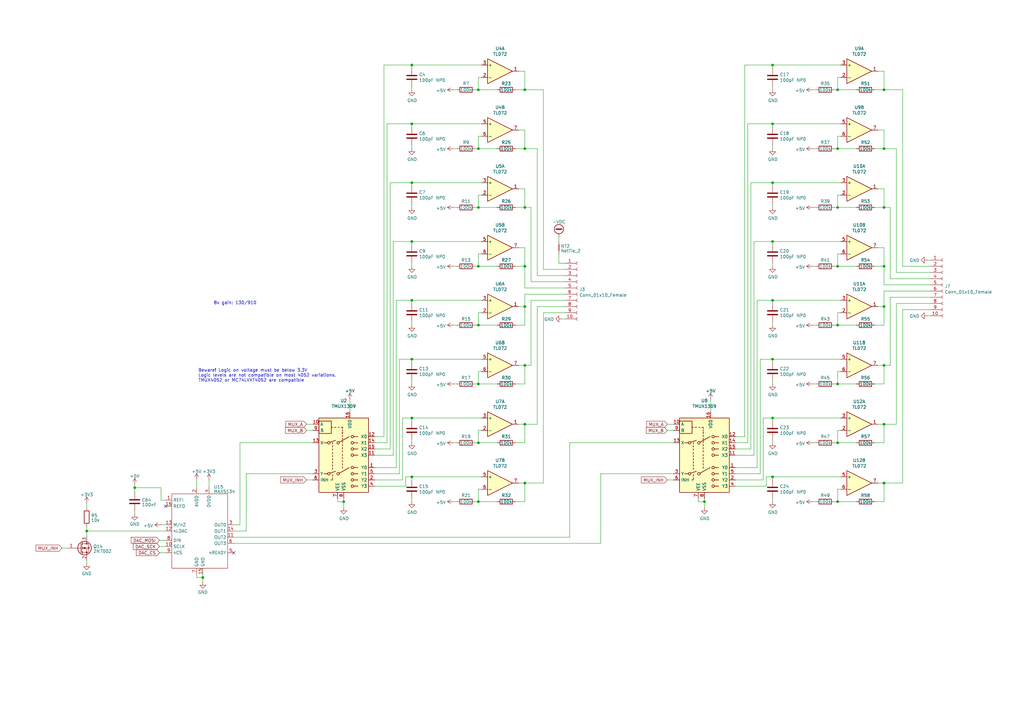
<source format=kicad_sch>
(kicad_sch (version 20230121) (generator eeschema)
  (paper "A3")
  (title_block (title "M2IDI - CV16 CORE") (date "2023-05-10") (rev "3.0") (company "GuavTek"))
  (junction (at 35.56 217.805))
  (junction (at 215.265 198.12))
  (junction (at 316.865 195.58))
  (junction (at 215.265 149.86))
  (junction (at 215.265 36.83))
  (junction (at 55.245 200.025))
  (junction (at 362.585 125.73))
  (junction (at 83.185 236.855))
  (junction (at 362.585 60.96))
  (junction (at 196.215 60.96))
  (junction (at 362.585 36.83))
  (junction (at 215.265 60.96))
  (junction (at 362.585 173.99))
  (junction (at 196.215 157.48))
  (junction (at 316.865 123.19))
  (junction (at 362.585 198.12))
  (junction (at 140.97 205.74))
  (junction (at 215.265 125.73))
  (junction (at 196.215 133.35))
  (junction (at 343.535 36.83))
  (junction (at 343.535 205.74))
  (junction (at 168.91 99.06))
  (junction (at 343.535 109.22))
  (junction (at 288.925 205.74))
  (junction (at 362.585 85.09))
  (junction (at 316.865 171.45))
  (junction (at 343.535 133.35))
  (junction (at 215.265 173.99))
  (junction (at 343.535 157.48))
  (junction (at 168.91 26.67))
  (junction (at 196.215 109.22))
  (junction (at 168.91 171.45))
  (junction (at 316.865 26.67))
  (junction (at 362.585 109.22))
  (junction (at 362.585 149.86))
  (junction (at 316.865 74.93))
  (junction (at 168.91 74.93))
  (junction (at 316.865 50.8))
  (junction (at 316.865 147.32))
  (junction (at 215.265 109.22))
  (junction (at 196.215 36.83))
  (junction (at 196.215 85.09))
  (junction (at 196.215 205.74))
  (junction (at 343.535 60.96))
  (junction (at 343.535 181.61))
  (junction (at 316.865 99.06))
  (junction (at 168.91 50.8))
  (junction (at 168.91 195.58))
  (junction (at 168.91 147.32))
  (junction (at 343.535 85.09))
  (junction (at 168.91 123.19))
  (junction (at 196.215 181.61))
  (junction (at 215.265 85.09))
  (no_connect (at 67.945 207.645))
  (no_connect (at 95.885 226.695))
  (wire (pts (xy 381.635 114.3) (xy 365.125 114.3)))
  (wire (pts (xy 344.805 128.27) (xy 343.535 128.27)))
  (wire (pts (xy 212.725 125.73) (xy 215.265 125.73)))
  (wire (pts (xy 314.325 195.58) (xy 316.865 195.58)))
  (wire (pts (xy 220.345 113.03) (xy 231.775 113.03)))
  (wire (pts (xy 360.045 53.34) (xy 362.585 53.34)))
  (wire (pts (xy 301.625 186.69) (xy 309.245 186.69)))
  (wire (pts (xy 194.945 133.35) (xy 196.215 133.35)))
  (wire (pts (xy 343.535 181.61) (xy 343.535 176.53)))
  (wire (pts (xy 80.645 196.85) (xy 80.645 200.025)))
  (wire (pts (xy 215.265 85.09) (xy 211.455 85.09)))
  (wire (pts (xy 333.375 205.74) (xy 334.645 205.74)))
  (wire (pts (xy 215.265 157.48) (xy 215.265 149.86)))
  (wire (pts (xy 344.805 55.88) (xy 343.535 55.88)))
  (wire (pts (xy 362.585 36.83) (xy 362.585 29.21)))
  (wire (pts (xy 381.635 121.92) (xy 365.125 121.92)))
  (wire (pts (xy 163.83 147.32) (xy 168.91 147.32)))
  (wire (pts (xy 197.485 152.4) (xy 196.215 152.4)))
  (wire (pts (xy 215.265 109.22) (xy 215.265 118.11)))
  (wire (pts (xy 380.365 129.54) (xy 381.635 129.54)))
  (wire (pts (xy 309.245 99.06) (xy 309.245 186.69)))
  (wire (pts (xy 367.665 111.76) (xy 381.635 111.76)))
  (wire (pts (xy 301.625 184.15) (xy 307.975 184.15)))
  (wire (pts (xy 186.055 85.09) (xy 187.325 85.09)))
  (wire (pts (xy 222.885 36.83) (xy 215.265 36.83)))
  (wire (pts (xy 217.805 85.09) (xy 215.265 85.09)))
  (wire (pts (xy 229.235 104.14) (xy 229.235 107.95)))
  (wire (pts (xy 215.265 36.83) (xy 211.455 36.83)))
  (wire (pts (xy 333.375 181.61) (xy 334.645 181.61)))
  (wire (pts (xy 98.425 181.61) (xy 128.27 181.61)))
  (wire (pts (xy 168.91 196.85) (xy 168.91 195.58)))
  (wire (pts (xy 153.67 184.15) (xy 160.02 184.15)))
  (wire (pts (xy 215.265 118.11) (xy 231.775 118.11)))
  (wire (pts (xy 343.535 205.74) (xy 343.535 200.66)))
  (wire (pts (xy 305.435 26.67) (xy 316.865 26.67)))
  (wire (pts (xy 196.215 133.35) (xy 196.215 128.27)))
  (wire (pts (xy 362.585 198.12) (xy 370.205 198.12)))
  (wire (pts (xy 196.215 181.61) (xy 203.835 181.61)))
  (wire (pts (xy 194.945 109.22) (xy 196.215 109.22)))
  (wire (pts (xy 138.43 205.74) (xy 140.97 205.74)))
  (wire (pts (xy 197.485 104.14) (xy 196.215 104.14)))
  (wire (pts (xy 246.38 194.31) (xy 246.38 222.885)))
  (wire (pts (xy 307.975 74.93) (xy 307.975 184.15)))
  (wire (pts (xy 343.535 205.74) (xy 351.155 205.74)))
  (wire (pts (xy 333.375 109.22) (xy 334.645 109.22)))
  (wire (pts (xy 215.265 149.86) (xy 217.805 149.86)))
  (wire (pts (xy 125.73 173.99) (xy 128.27 173.99)))
  (wire (pts (xy 344.805 104.14) (xy 343.535 104.14)))
  (wire (pts (xy 360.045 101.6) (xy 362.585 101.6)))
  (wire (pts (xy 309.245 99.06) (xy 316.865 99.06)))
  (wire (pts (xy 306.705 50.8) (xy 316.865 50.8)))
  (wire (pts (xy 231.775 128.27) (xy 222.885 128.27)))
  (wire (pts (xy 186.055 36.83) (xy 187.325 36.83)))
  (wire (pts (xy 153.67 191.77) (xy 162.56 191.77)))
  (wire (pts (xy 362.585 119.38) (xy 381.635 119.38)))
  (wire (pts (xy 343.535 36.83) (xy 343.535 31.75)))
  (wire (pts (xy 333.375 85.09) (xy 334.645 85.09)))
  (wire (pts (xy 229.235 107.95) (xy 231.775 107.95)))
  (wire (pts (xy 153.67 194.31) (xy 163.83 194.31)))
  (wire (pts (xy 215.265 60.96) (xy 211.455 60.96)))
  (wire (pts (xy 217.805 123.19) (xy 217.805 149.86)))
  (wire (pts (xy 196.215 36.83) (xy 203.835 36.83)))
  (wire (pts (xy 140.97 205.74) (xy 140.97 208.28)))
  (wire (pts (xy 212.725 53.34) (xy 215.265 53.34)))
  (wire (pts (xy 362.585 109.22) (xy 362.585 116.84)))
  (wire (pts (xy 160.02 74.93) (xy 168.91 74.93)))
  (wire (pts (xy 215.265 133.35) (xy 211.455 133.35)))
  (wire (pts (xy 342.265 109.22) (xy 343.535 109.22)))
  (wire (pts (xy 215.265 120.65) (xy 215.265 125.73)))
  (wire (pts (xy 310.515 123.19) (xy 310.515 191.77)))
  (wire (pts (xy 186.055 181.61) (xy 187.325 181.61)))
  (wire (pts (xy 233.68 220.345) (xy 233.68 181.61)))
  (wire (pts (xy 197.485 128.27) (xy 196.215 128.27)))
  (wire (pts (xy 310.515 123.19) (xy 316.865 123.19)))
  (wire (pts (xy 66.04 205.105) (xy 67.945 205.105)))
  (wire (pts (xy 316.865 76.2) (xy 316.865 74.93)))
  (wire (pts (xy 66.04 215.265) (xy 67.945 215.265)))
  (wire (pts (xy 212.725 77.47) (xy 215.265 77.47)))
  (wire (pts (xy 55.245 209.55) (xy 55.245 210.82)))
  (wire (pts (xy 196.215 205.74) (xy 196.215 200.66)))
  (wire (pts (xy 316.865 85.09) (xy 316.865 83.82)))
  (wire (pts (xy 343.535 157.48) (xy 343.535 152.4)))
  (wire (pts (xy 196.215 36.83) (xy 196.215 31.75)))
  (wire (pts (xy 370.205 109.22) (xy 381.635 109.22)))
  (wire (pts (xy 362.585 149.86) (xy 365.125 149.86)))
  (wire (pts (xy 215.265 181.61) (xy 211.455 181.61)))
  (wire (pts (xy 212.725 149.86) (xy 215.265 149.86)))
  (wire (pts (xy 138.43 204.47) (xy 138.43 205.74)))
  (wire (pts (xy 194.945 181.61) (xy 196.215 181.61)))
  (wire (pts (xy 286.385 205.74) (xy 288.925 205.74)))
  (wire (pts (xy 362.585 60.96) (xy 362.585 53.34)))
  (wire (pts (xy 55.245 200.025) (xy 66.04 200.025)))
  (wire (pts (xy 215.265 181.61) (xy 215.265 173.99)))
  (wire (pts (xy 212.725 101.6) (xy 215.265 101.6)))
  (wire (pts (xy 222.885 128.27) (xy 222.885 198.12)))
  (wire (pts (xy 55.245 198.755) (xy 55.245 200.025)))
  (wire (pts (xy 222.885 36.83) (xy 222.885 110.49)))
  (wire (pts (xy 196.215 157.48) (xy 196.215 152.4)))
  (wire (pts (xy 166.37 199.39) (xy 166.37 195.58)))
  (wire (pts (xy 215.265 205.74) (xy 211.455 205.74)))
  (wire (pts (xy 360.045 198.12) (xy 362.585 198.12)))
  (wire (pts (xy 165.1 171.45) (xy 168.91 171.45)))
  (wire (pts (xy 316.865 26.67) (xy 344.805 26.67)))
  (wire (pts (xy 333.375 60.96) (xy 334.645 60.96)))
  (wire (pts (xy 83.185 236.855) (xy 83.185 238.76)))
  (wire (pts (xy 343.535 133.35) (xy 343.535 128.27)))
  (wire (pts (xy 215.265 36.83) (xy 215.265 29.21)))
  (wire (pts (xy 168.91 85.09) (xy 168.91 83.82)))
  (wire (pts (xy 362.585 116.84) (xy 381.635 116.84)))
  (wire (pts (xy 168.91 76.2) (xy 168.91 74.93)))
  (wire (pts (xy 35.56 215.9) (xy 35.56 217.805)))
  (wire (pts (xy 215.265 101.6) (xy 215.265 109.22)))
  (wire (pts (xy 194.945 205.74) (xy 196.215 205.74)))
  (wire (pts (xy 316.865 123.19) (xy 344.805 123.19)))
  (wire (pts (xy 168.91 148.59) (xy 168.91 147.32)))
  (wire (pts (xy 65.405 221.615) (xy 67.945 221.615)))
  (wire (pts (xy 360.045 173.99) (xy 362.585 173.99)))
  (wire (pts (xy 316.865 196.85) (xy 316.865 195.58)))
  (wire (pts (xy 197.485 80.01) (xy 196.215 80.01)))
  (wire (pts (xy 162.56 191.77) (xy 162.56 123.19)))
  (wire (pts (xy 362.585 181.61) (xy 362.585 173.99)))
  (wire (pts (xy 125.73 176.53) (xy 128.27 176.53)))
  (wire (pts (xy 301.625 181.61) (xy 306.705 181.61)))
  (wire (pts (xy 162.56 123.19) (xy 168.91 123.19)))
  (wire (pts (xy 186.055 109.22) (xy 187.325 109.22)))
  (wire (pts (xy 168.91 205.74) (xy 168.91 204.47)))
  (wire (pts (xy 343.535 200.66) (xy 344.805 200.66)))
  (wire (pts (xy 367.665 60.96) (xy 367.665 111.76)))
  (wire (pts (xy 215.265 198.12) (xy 222.885 198.12)))
  (wire (pts (xy 65.405 224.155) (xy 67.945 224.155)))
  (wire (pts (xy 246.38 194.31) (xy 276.225 194.31)))
  (wire (pts (xy 55.245 201.93) (xy 55.245 200.025)))
  (wire (pts (xy 65.405 226.695) (xy 67.945 226.695)))
  (wire (pts (xy 313.055 171.45) (xy 313.055 196.85)))
  (wire (pts (xy 365.125 121.92) (xy 365.125 149.86)))
  (wire (pts (xy 342.265 85.09) (xy 343.535 85.09)))
  (wire (pts (xy 360.045 29.21) (xy 362.585 29.21)))
  (wire (pts (xy 35.56 229.87) (xy 35.56 231.14)))
  (wire (pts (xy 342.265 157.48) (xy 343.535 157.48)))
  (wire (pts (xy 333.375 36.83) (xy 334.645 36.83)))
  (wire (pts (xy 362.585 119.38) (xy 362.585 125.73)))
  (wire (pts (xy 85.725 196.85) (xy 85.725 200.025)))
  (wire (pts (xy 231.775 130.81) (xy 230.505 130.81)))
  (wire (pts (xy 288.925 205.74) (xy 288.925 208.28)))
  (wire (pts (xy 301.625 191.77) (xy 310.515 191.77)))
  (wire (pts (xy 343.535 85.09) (xy 351.155 85.09)))
  (wire (pts (xy 343.535 109.22) (xy 343.535 104.14)))
  (wire (pts (xy 301.625 196.85) (xy 313.055 196.85)))
  (wire (pts (xy 362.585 36.83) (xy 358.775 36.83)))
  (wire (pts (xy 158.75 181.61) (xy 158.75 50.8)))
  (wire (pts (xy 186.055 205.74) (xy 187.325 205.74)))
  (wire (pts (xy 168.91 133.35) (xy 168.91 132.08)))
  (wire (pts (xy 381.635 106.68) (xy 380.365 106.68)))
  (wire (pts (xy 168.91 171.45) (xy 197.485 171.45)))
  (wire (pts (xy 212.725 198.12) (xy 215.265 198.12)))
  (wire (pts (xy 168.91 181.61) (xy 168.91 180.34)))
  (wire (pts (xy 342.265 205.74) (xy 343.535 205.74)))
  (wire (pts (xy 344.805 31.75) (xy 343.535 31.75)))
  (wire (pts (xy 35.56 206.375) (xy 35.56 208.28)))
  (wire (pts (xy 362.585 205.74) (xy 358.775 205.74)))
  (wire (pts (xy 143.51 163.83) (xy 143.51 168.91)))
  (wire (pts (xy 168.91 60.96) (xy 168.91 59.69)))
  (wire (pts (xy 316.865 205.74) (xy 316.865 204.47)))
  (wire (pts (xy 362.585 60.96) (xy 358.775 60.96)))
  (wire (pts (xy 362.585 133.35) (xy 358.775 133.35)))
  (wire (pts (xy 316.865 148.59) (xy 316.865 147.32)))
  (wire (pts (xy 291.465 163.83) (xy 291.465 168.91)))
  (wire (pts (xy 168.91 26.67) (xy 197.485 26.67)))
  (wire (pts (xy 160.02 184.15) (xy 160.02 74.93)))
  (wire (pts (xy 215.265 109.22) (xy 211.455 109.22)))
  (wire (pts (xy 83.185 236.855) (xy 80.645 236.855)))
  (wire (pts (xy 153.67 186.69) (xy 161.29 186.69)))
  (wire (pts (xy 316.865 157.48) (xy 316.865 156.21)))
  (wire (pts (xy 231.775 110.49) (xy 222.885 110.49)))
  (wire (pts (xy 125.73 196.85) (xy 128.27 196.85)))
  (wire (pts (xy 168.91 195.58) (xy 197.485 195.58)))
  (wire (pts (xy 196.215 181.61) (xy 196.215 176.53)))
  (wire (pts (xy 362.585 85.09) (xy 358.775 85.09)))
  (wire (pts (xy 66.04 200.025) (xy 66.04 205.105)))
  (wire (pts (xy 342.265 133.35) (xy 343.535 133.35)))
  (wire (pts (xy 168.91 74.93) (xy 197.485 74.93)))
  (wire (pts (xy 231.775 123.19) (xy 217.805 123.19)))
  (wire (pts (xy 35.56 217.805) (xy 35.56 219.71)))
  (wire (pts (xy 314.325 195.58) (xy 314.325 199.39)))
  (wire (pts (xy 343.535 109.22) (xy 351.155 109.22)))
  (wire (pts (xy 333.375 133.35) (xy 334.645 133.35)))
  (wire (pts (xy 342.265 36.83) (xy 343.535 36.83)))
  (wire (pts (xy 196.215 109.22) (xy 196.215 104.14)))
  (wire (pts (xy 362.585 173.99) (xy 367.665 173.99)))
  (wire (pts (xy 212.725 173.99) (xy 215.265 173.99)))
  (wire (pts (xy 194.945 85.09) (xy 196.215 85.09)))
  (wire (pts (xy 360.045 149.86) (xy 362.585 149.86)))
  (wire (pts (xy 158.75 50.8) (xy 168.91 50.8)))
  (wire (pts (xy 196.215 85.09) (xy 203.835 85.09)))
  (wire (pts (xy 168.91 123.19) (xy 197.485 123.19)))
  (wire (pts (xy 344.805 152.4) (xy 343.535 152.4)))
  (wire (pts (xy 306.705 50.8) (xy 306.705 181.61)))
  (wire (pts (xy 83.185 235.585) (xy 83.185 236.855)))
  (wire (pts (xy 344.805 176.53) (xy 343.535 176.53)))
  (wire (pts (xy 316.865 50.8) (xy 344.805 50.8)))
  (wire (pts (xy 100.965 194.31) (xy 128.27 194.31)))
  (wire (pts (xy 316.865 60.96) (xy 316.865 59.69)))
  (wire (pts (xy 316.865 172.72) (xy 316.865 171.45)))
  (wire (pts (xy 362.585 85.09) (xy 365.125 85.09)))
  (wire (pts (xy 194.945 60.96) (xy 196.215 60.96)))
  (wire (pts (xy 196.215 200.66) (xy 197.485 200.66)))
  (wire (pts (xy 168.91 27.94) (xy 168.91 26.67)))
  (wire (pts (xy 316.865 27.94) (xy 316.865 26.67)))
  (wire (pts (xy 305.435 26.67) (xy 305.435 179.07)))
  (wire (pts (xy 161.29 99.06) (xy 168.91 99.06)))
  (wire (pts (xy 153.67 181.61) (xy 158.75 181.61)))
  (wire (pts (xy 168.91 99.06) (xy 197.485 99.06)))
  (wire (pts (xy 217.805 85.09) (xy 217.805 115.57)))
  (wire (pts (xy 197.485 55.88) (xy 196.215 55.88)))
  (wire (pts (xy 316.865 109.22) (xy 316.865 107.95)))
  (wire (pts (xy 168.91 100.33) (xy 168.91 99.06)))
  (wire (pts (xy 229.235 97.155) (xy 229.235 99.06)))
  (wire (pts (xy 370.205 127) (xy 370.205 198.12)))
  (wire (pts (xy 313.055 171.45) (xy 316.865 171.45)))
  (wire (pts (xy 140.97 204.47) (xy 140.97 205.74)))
  (wire (pts (xy 186.055 60.96) (xy 187.325 60.96)))
  (wire (pts (xy 196.215 60.96) (xy 203.835 60.96)))
  (wire (pts (xy 194.945 36.83) (xy 196.215 36.83)))
  (wire (pts (xy 212.725 29.21) (xy 215.265 29.21)))
  (wire (pts (xy 316.865 52.07) (xy 316.865 50.8)))
  (wire (pts (xy 273.685 196.85) (xy 276.225 196.85)))
  (wire (pts (xy 316.865 195.58) (xy 344.805 195.58)))
  (wire (pts (xy 215.265 60.96) (xy 215.265 53.34)))
  (wire (pts (xy 215.265 85.09) (xy 215.265 77.47)))
  (wire (pts (xy 25.4 224.79) (xy 27.94 224.79)))
  (wire (pts (xy 316.865 133.35) (xy 316.865 132.08)))
  (wire (pts (xy 273.685 173.99) (xy 276.225 173.99)))
  (wire (pts (xy 197.485 176.53) (xy 196.215 176.53)))
  (wire (pts (xy 163.83 194.31) (xy 163.83 147.32)))
  (wire (pts (xy 215.265 133.35) (xy 215.265 125.73)))
  (wire (pts (xy 343.535 60.96) (xy 351.155 60.96)))
  (wire (pts (xy 157.48 179.07) (xy 153.67 179.07)))
  (wire (pts (xy 215.265 173.99) (xy 220.345 173.99)))
  (wire (pts (xy 157.48 26.67) (xy 168.91 26.67)))
  (wire (pts (xy 220.345 113.03) (xy 220.345 60.96)))
  (wire (pts (xy 343.535 60.96) (xy 343.535 55.88)))
  (wire (pts (xy 215.265 205.74) (xy 215.265 198.12)))
  (wire (pts (xy 343.535 157.48) (xy 351.155 157.48)))
  (wire (pts (xy 343.535 181.61) (xy 351.155 181.61)))
  (wire (pts (xy 95.885 220.345) (xy 233.68 220.345)))
  (wire (pts (xy 100.965 194.31) (xy 100.965 217.805)))
  (wire (pts (xy 215.265 120.65) (xy 231.775 120.65)))
  (wire (pts (xy 316.865 100.33) (xy 316.865 99.06)))
  (wire (pts (xy 362.585 109.22) (xy 358.775 109.22)))
  (wire (pts (xy 168.91 52.07) (xy 168.91 50.8)))
  (wire (pts (xy 342.265 60.96) (xy 343.535 60.96)))
  (wire (pts (xy 246.38 222.885) (xy 95.885 222.885)))
  (wire (pts (xy 231.775 115.57) (xy 217.805 115.57)))
  (wire (pts (xy 344.805 80.01) (xy 343.535 80.01)))
  (wire (pts (xy 95.885 215.265) (xy 98.425 215.265)))
  (wire (pts (xy 301.625 194.31) (xy 311.785 194.31)))
  (wire (pts (xy 233.68 181.61) (xy 276.225 181.61)))
  (wire (pts (xy 168.91 147.32) (xy 197.485 147.32)))
  (wire (pts (xy 360.045 125.73) (xy 362.585 125.73)))
  (wire (pts (xy 367.665 173.99) (xy 367.665 124.46)))
  (wire (pts (xy 220.345 125.73) (xy 220.345 173.99)))
  (wire (pts (xy 196.215 109.22) (xy 203.835 109.22)))
  (wire (pts (xy 343.535 133.35) (xy 351.155 133.35)))
  (wire (pts (xy 316.865 124.46) (xy 316.865 123.19)))
  (wire (pts (xy 311.785 147.32) (xy 311.785 194.31)))
  (wire (pts (xy 305.435 179.07) (xy 301.625 179.07)))
  (wire (pts (xy 316.865 171.45) (xy 344.805 171.45)))
  (wire (pts (xy 333.375 157.48) (xy 334.645 157.48)))
  (wire (pts (xy 168.91 50.8) (xy 197.485 50.8)))
  (wire (pts (xy 196.215 133.35) (xy 203.835 133.35)))
  (wire (pts (xy 311.785 147.32) (xy 316.865 147.32)))
  (wire (pts (xy 362.585 157.48) (xy 362.585 149.86)))
  (wire (pts (xy 80.645 236.855) (xy 80.645 235.585)))
  (wire (pts (xy 196.215 60.96) (xy 196.215 55.88)))
  (wire (pts (xy 343.535 36.83) (xy 351.155 36.83)))
  (wire (pts (xy 307.975 74.93) (xy 316.865 74.93)))
  (wire (pts (xy 153.67 196.85) (xy 165.1 196.85)))
  (wire (pts (xy 153.67 199.39) (xy 166.37 199.39)))
  (wire (pts (xy 220.345 125.73) (xy 231.775 125.73)))
  (wire (pts (xy 165.1 196.85) (xy 165.1 171.45)))
  (wire (pts (xy 196.215 157.48) (xy 203.835 157.48)))
  (wire (pts (xy 197.485 31.75) (xy 196.215 31.75)))
  (wire (pts (xy 362.585 60.96) (xy 367.665 60.96)))
  (wire (pts (xy 67.945 217.805) (xy 35.56 217.805)))
  (wire (pts (xy 342.265 181.61) (xy 343.535 181.61)))
  (wire (pts (xy 316.865 74.93) (xy 344.805 74.93)))
  (wire (pts (xy 316.865 36.83) (xy 316.865 35.56)))
  (wire (pts (xy 288.925 204.47) (xy 288.925 205.74)))
  (wire (pts (xy 316.865 147.32) (xy 344.805 147.32)))
  (wire (pts (xy 161.29 186.69) (xy 161.29 99.06)))
  (wire (pts (xy 362.585 36.83) (xy 370.205 36.83)))
  (wire (pts (xy 100.965 217.805) (xy 95.885 217.805)))
  (wire (pts (xy 286.385 204.47) (xy 286.385 205.74)))
  (wire (pts (xy 362.585 133.35) (xy 362.585 125.73)))
  (wire (pts (xy 362.585 85.09) (xy 362.585 77.47)))
  (wire (pts (xy 316.865 181.61) (xy 316.865 180.34)))
  (wire (pts (xy 220.345 60.96) (xy 215.265 60.96)))
  (wire (pts (xy 362.585 101.6) (xy 362.585 109.22)))
  (wire (pts (xy 196.215 205.74) (xy 203.835 205.74)))
  (wire (pts (xy 215.265 157.48) (xy 211.455 157.48)))
  (wire (pts (xy 360.045 77.47) (xy 362.585 77.47)))
  (wire (pts (xy 343.535 85.09) (xy 343.535 80.01)))
  (wire (pts (xy 273.685 176.53) (xy 276.225 176.53)))
  (wire (pts (xy 168.91 109.22) (xy 168.91 107.95)))
  (wire (pts (xy 367.665 124.46) (xy 381.635 124.46)))
  (wire (pts (xy 365.125 85.09) (xy 365.125 114.3)))
  (wire (pts (xy 186.055 157.48) (xy 187.325 157.48)))
  (wire (pts (xy 362.585 181.61) (xy 358.775 181.61)))
  (wire (pts (xy 362.585 205.74) (xy 362.585 198.12)))
  (wire (pts (xy 166.37 195.58) (xy 168.91 195.58)))
  (wire (pts (xy 168.91 124.46) (xy 168.91 123.19)))
  (wire (pts (xy 186.055 133.35) (xy 187.325 133.35)))
  (wire (pts (xy 301.625 199.39) (xy 314.325 199.39)))
  (wire (pts (xy 370.205 36.83) (xy 370.205 109.22)))
  (wire (pts (xy 157.48 26.67) (xy 157.48 179.07)))
  (wire (pts (xy 168.91 36.83) (xy 168.91 35.56)))
  (wire (pts (xy 362.585 157.48) (xy 358.775 157.48)))
  (wire (pts (xy 98.425 215.265) (xy 98.425 181.61)))
  (wire (pts (xy 194.945 157.48) (xy 196.215 157.48)))
  (wire (pts (xy 168.91 157.48) (xy 168.91 156.21)))
  (wire (pts (xy 381.635 127) (xy 370.205 127)))
  (wire (pts (xy 168.91 172.72) (xy 168.91 171.45)))
  (wire (pts (xy 316.865 99.06) (xy 344.805 99.06)))
  (wire (pts (xy 196.215 85.09) (xy 196.215 80.01)))
  (text "8x gain: 130/910" (at 87.63 125.095 0) (effects (font (size 1.27 1.27)) (justify left bottom)))
  (text "Beware! Logic on voltage must be below 3.3V\nLogic levels are not compatible on most 4052 variations.\nTMUX4052 or MC74LVXT4052 are compatible" (at 81.28 156.845 0) (effects (font (size 1.27 1.27)) (justify left bottom)))
  (global_label "MUX_INH" (shape input) (at 273.685 196.85 180) (property "Intersheetrefs" "${INTERSHEET_REFS}" (effects hide)))
  (global_label "MUX_B" (shape input) (at 273.685 176.53 180) (property "Intersheetrefs" "${INTERSHEET_REFS}" (effects hide)))
  (global_label "DAC_MOSI" (shape input) (at 65.405 221.615 180) (property "Intersheetrefs" "${INTERSHEET_REFS}" (effects hide)))
  (global_label "MUX_B" (shape input) (at 125.73 176.53 180) (property "Intersheetrefs" "${INTERSHEET_REFS}" (effects hide)))
  (global_label "DAC_CS" (shape input) (at 65.405 226.695 180) (property "Intersheetrefs" "${INTERSHEET_REFS}" (effects hide)))
  (global_label "MUX_INH" (shape input) (at 125.73 196.85 180) (property "Intersheetrefs" "${INTERSHEET_REFS}" (effects hide)))
  (global_label "MUX_A" (shape input) (at 273.685 173.99 180) (property "Intersheetrefs" "${INTERSHEET_REFS}" (effects hide)))
  (global_label "MUX_A" (shape input) (at 125.73 173.99 180) (property "Intersheetrefs" "${INTERSHEET_REFS}" (effects hide)))
  (global_label "MUX_INH" (shape input) (at 25.4 224.79 180) (property "Intersheetrefs" "${INTERSHEET_REFS}" (effects hide)))
  (global_label "DAC_SCK" (shape input) (at 65.405 224.155 180) (property "Intersheetrefs" "${INTERSHEET_REFS}" (effects hide)))
  (symbol (lib_id "Device:R") (at 338.455 36.83 270) (unit 1)
    (property "Reference" "R35" (at 338.455 34.29 90))
    (property "Value" "100k" (at 338.455 36.83 90))
    (property "Footprint" "Resistor_SMD:R_0603_1608Metric" (effects hide))
  )
  (symbol (lib_id "power:+5V") (at 80.645 196.85 0) (unit 1)
    (property "Reference" "#PWR044" (effects hide))
    (property "Value" "+5V" (at 80.645 193.3481 0))
  )
  (symbol (lib_id "power:+5V") (at 186.055 109.22 90) (unit 1)
    (property "Reference" "#PWR026" (effects hide))
    (property "Value" "+5V" (at 182.8801 109.5368 90) (effects (justify left)))
  )
  (symbol (lib_id "power:GND") (at 316.865 157.48 0) (unit 1)
    (property "Reference" "#PWR039" (effects hide))
    (property "Value" "GND" (at 316.992 161.8742 0))
  )
  (symbol (lib_id "Device:R") (at 338.455 205.74 270) (unit 1)
    (property "Reference" "R49" (at 338.455 203.2 90))
    (property "Value" "100k" (at 338.455 205.74 90))
    (property "Footprint" "Resistor_SMD:R_0603_1608Metric" (effects hide))
  )
  (symbol (lib_id "Custom_Sym:MAX5134") (at 81.915 219.075 0) (unit 1)
    (property "Reference" "U15" (at 87.6809 199.6821 0) (effects (justify left)))
    (property "Value" "MAX5134" (at 87.6809 201.6031 0) (effects (justify left)))
    (property "Footprint" "Package_SO:TSSOP-16_4.4x5mm_P0.65mm" (effects hide))
  )
  (symbol (lib_id "Device:R") (at 207.645 109.22 270) (unit 1)
    (property "Reference" "R27" (at 207.645 106.68 90))
    (property "Value" "100k" (at 207.645 109.22 90))
    (property "Footprint" "Resistor_SMD:R_0603_1608Metric" (effects hide))
  )
  (symbol (lib_id "Device:C") (at 168.91 200.66 0) (unit 1)
    (property "Reference" "C15" (at 171.831 199.4916 0) (effects (justify left)))
    (property "Value" "100pF NP0" (at 171.831 201.803 0) (effects (justify left)))
    (property "Footprint" "Capacitor_SMD:C_0603_1608Metric" (effects hide))
  )
  (symbol (lib_id "power:GND") (at 230.505 130.81 270) (unit 1)
    (property "Reference" "#PWR031" (effects hide))
    (property "Value" "GND" (at 227.2538 130.937 90) (effects (justify right)))
  )
  (symbol (lib_id "Device:C") (at 55.245 205.74 0) (unit 1)
    (property "Reference" "C64" (at 58.166 205.0963 0) (effects (justify left)))
    (property "Value" "100nF" (at 58.166 207.0173 0) (effects (justify left)))
    (property "Footprint" "Capacitor_SMD:C_0603_1608Metric" (effects hide))
  )
  (symbol (lib_id "Device:R") (at 207.645 85.09 270) (unit 1)
    (property "Reference" "R26" (at 207.645 82.55 90))
    (property "Value" "100k" (at 207.645 85.09 90))
    (property "Footprint" "Resistor_SMD:R_0603_1608Metric" (effects hide))
  )
  (symbol (lib_id "Device:C") (at 168.91 104.14 0) (unit 1)
    (property "Reference" "C9" (at 171.831 102.9716 0) (effects (justify left)))
    (property "Value" "100pF NP0" (at 171.831 105.283 0) (effects (justify left)))
    (property "Footprint" "Capacitor_SMD:C_0603_1608Metric" (effects hide))
  )
  (symbol (lib_id "Analog_Switch:CD4052B") (at 288.925 186.69 0) (unit 1)
    (property "Reference" "U8" (at 288.925 164.3126 0))
    (property "Value" "TMUX1309" (at 288.925 166.624 0))
    (property "Footprint" "Package_SO:TSSOP-16_4.4x5mm_P0.65mm" (effects hide))
    (property "Datasheet" "https://no.mouser.com/datasheet/2/308/1/MC74LVXT4052_D-2315524.pdf" (effects hide))
  )
  (symbol (lib_id "Device:C") (at 316.865 152.4 0) (unit 1)
    (property "Reference" "C22" (at 319.786 151.2316 0) (effects (justify left)))
    (property "Value" "100pF NP0" (at 319.786 153.543 0) (effects (justify left)))
    (property "Footprint" "Capacitor_SMD:C_0603_1608Metric" (effects hide))
  )
  (symbol (lib_id "Amplifier_Operational:TL072") (at 205.105 198.12 0) (unit 2)
    (property "Reference" "U7" (at 205.105 188.7982 0))
    (property "Value" "TL072" (at 205.105 191.1096 0))
    (property "Footprint" "Package_SO:SOIC-8_3.9x4.9mm_P1.27mm" (effects hide))
    (property "Datasheet" "http://www.ti.com/lit/ds/symlink/tl071.pdf" (effects hide))
  )
  (symbol (lib_id "power:+5V") (at 333.375 36.83 90) (unit 1)
    (property "Reference" "#PWR021" (effects hide))
    (property "Value" "+5V" (at 330.2001 37.1468 90) (effects (justify left)))
  )
  (symbol (lib_id "power:+5V") (at 186.055 133.35 90) (unit 1)
    (property "Reference" "#PWR025" (effects hide))
    (property "Value" "+5V" (at 182.8801 133.6668 90) (effects (justify left)))
  )
  (symbol (lib_id "power:GND") (at 316.865 109.22 0) (unit 1)
    (property "Reference" "#PWR037" (effects hide))
    (property "Value" "GND" (at 316.992 113.6142 0))
  )
  (symbol (lib_id "power:+5V") (at 333.375 157.48 90) (unit 1)
    (property "Reference" "#PWR016" (effects hide))
    (property "Value" "+5V" (at 330.2001 157.7968 90) (effects (justify left)))
  )
  (symbol (lib_id "power:GND") (at 316.865 181.61 0) (unit 1)
    (property "Reference" "#PWR040" (effects hide))
    (property "Value" "GND" (at 316.992 186.0042 0))
  )
  (symbol (lib_id "Device:C") (at 168.91 128.27 0) (unit 1)
    (property "Reference" "C11" (at 171.831 127.1016 0) (effects (justify left)))
    (property "Value" "100pF NP0" (at 171.831 129.413 0) (effects (justify left)))
    (property "Footprint" "Capacitor_SMD:C_0603_1608Metric" (effects hide))
  )
  (symbol (lib_id "power:+5V") (at 186.055 85.09 90) (unit 1)
    (property "Reference" "#PWR027" (effects hide))
    (property "Value" "+5V" (at 182.8801 85.4068 90) (effects (justify left)))
  )
  (symbol (lib_id "power:+5V") (at 186.055 157.48 90) (unit 1)
    (property "Reference" "#PWR024" (effects hide))
    (property "Value" "+5V" (at 182.8801 157.7968 90) (effects (justify left)))
  )
  (symbol (lib_id "Device:C") (at 168.91 152.4 0) (unit 1)
    (property "Reference" "C13" (at 171.831 151.2316 0) (effects (justify left)))
    (property "Value" "100pF NP0" (at 171.831 153.543 0) (effects (justify left)))
    (property "Footprint" "Capacitor_SMD:C_0603_1608Metric" (effects hide))
  )
  (symbol (lib_id "power:+5V") (at 333.375 109.22 90) (unit 1)
    (property "Reference" "#PWR018" (effects hide))
    (property "Value" "+5V" (at 330.2001 109.5368 90) (effects (justify left)))
  )
  (symbol (lib_id "power:+5V") (at 186.055 36.83 90) (unit 1)
    (property "Reference" "#PWR029" (effects hide))
    (property "Value" "+5V" (at 182.8801 37.1468 90) (effects (justify left)))
  )
  (symbol (lib_id "Device:C") (at 316.865 31.75 0) (unit 1)
    (property "Reference" "C17" (at 319.786 30.5816 0) (effects (justify left)))
    (property "Value" "100pF NP0" (at 319.786 32.893 0) (effects (justify left)))
    (property "Footprint" "Capacitor_SMD:C_0603_1608Metric" (effects hide))
  )
  (symbol (lib_id "power:GND") (at 168.91 60.96 0) (unit 1)
    (property "Reference" "#PWR06" (effects hide))
    (property "Value" "GND" (at 169.037 65.3542 0))
  )
  (symbol (lib_id "Device:R") (at 338.455 109.22 270) (unit 1)
    (property "Reference" "R41" (at 338.455 106.68 90))
    (property "Value" "100k" (at 338.455 109.22 90))
    (property "Footprint" "Resistor_SMD:R_0603_1608Metric" (effects hide))
  )
  (symbol (lib_id "Amplifier_Operational:TL072") (at 352.425 198.12 0) (unit 2)
    (property "Reference" "U12" (at 352.425 188.7982 0))
    (property "Value" "TL072" (at 352.425 191.1096 0))
    (property "Footprint" "Package_SO:SOIC-8_3.9x4.9mm_P1.27mm" (effects hide))
    (property "Datasheet" "http://www.ti.com/lit/ds/symlink/tl071.pdf" (effects hide))
  )
  (symbol (lib_id "power:GND") (at 168.91 157.48 0) (unit 1)
    (property "Reference" "#PWR011" (effects hide))
    (property "Value" "GND" (at 169.037 161.8742 0))
  )
  (symbol (lib_id "Device:R") (at 354.965 60.96 270) (unit 1)
    (property "Reference" "R52" (at 354.965 58.42 90))
    (property "Value" "100k" (at 354.965 60.96 90))
    (property "Footprint" "Resistor_SMD:R_0603_1608Metric" (effects hide))
  )
  (symbol (lib_id "Device:R") (at 354.965 36.83 270) (unit 1)
    (property "Reference" "R51" (at 354.965 34.29 90))
    (property "Value" "100k" (at 354.965 36.83 90))
    (property "Footprint" "Resistor_SMD:R_0603_1608Metric" (effects hide))
  )
  (symbol (lib_id "power:GND") (at 168.91 85.09 0) (unit 1)
    (property "Reference" "#PWR08" (effects hide))
    (property "Value" "GND" (at 169.037 89.4842 0))
  )
  (symbol (lib_id "Amplifier_Operational:TL072") (at 352.425 173.99 0) (unit 1)
    (property "Reference" "U12" (at 352.425 164.6682 0))
    (property "Value" "TL072" (at 352.425 166.9796 0))
    (property "Footprint" "Package_SO:SOIC-8_3.9x4.9mm_P1.27mm" (effects hide))
    (property "Datasheet" "http://www.ti.com/lit/ds/symlink/tl071.pdf" (effects hide))
  )
  (symbol (lib_id "power:+5V") (at 186.055 60.96 90) (unit 1)
    (property "Reference" "#PWR028" (effects hide))
    (property "Value" "+5V" (at 182.8801 61.2768 90) (effects (justify left)))
  )
  (symbol (lib_id "Device:R") (at 207.645 157.48 270) (unit 1)
    (property "Reference" "R30" (at 207.645 154.94 90))
    (property "Value" "100k" (at 207.645 157.48 90))
    (property "Footprint" "Resistor_SMD:R_0603_1608Metric" (effects hide))
  )
  (symbol (lib_id "Amplifier_Operational:TL072") (at 205.105 77.47 0) (unit 1)
    (property "Reference" "U5" (at 205.105 68.1482 0))
    (property "Value" "TL072" (at 205.105 70.4596 0))
    (property "Footprint" "Package_SO:SOIC-8_3.9x4.9mm_P1.27mm" (effects hide))
    (property "Datasheet" "http://www.ti.com/lit/ds/symlink/tl071.pdf" (effects hide))
  )
  (symbol (lib_id "Amplifier_Operational:TL072") (at 352.425 149.86 0) (unit 2)
    (property "Reference" "U11" (at 352.425 140.5382 0))
    (property "Value" "TL072" (at 352.425 142.8496 0))
    (property "Footprint" "Package_SO:SOIC-8_3.9x4.9mm_P1.27mm" (effects hide))
    (property "Datasheet" "http://www.ti.com/lit/ds/symlink/tl071.pdf" (effects hide))
  )
  (symbol (lib_id "Amplifier_Operational:TL072") (at 205.105 101.6 0) (unit 2)
    (property "Reference" "U5" (at 205.105 92.2782 0))
    (property "Value" "TL072" (at 205.105 94.5896 0))
    (property "Footprint" "Package_SO:SOIC-8_3.9x4.9mm_P1.27mm" (effects hide))
    (property "Datasheet" "http://www.ti.com/lit/ds/symlink/tl071.pdf" (effects hide))
  )
  (symbol (lib_id "Connector:Conn_01x10_Socket") (at 386.715 116.84 0) (unit 1)
    (property "Reference" "J7" (at 387.4262 117.4496 0) (effects (justify left)))
    (property "Value" "Conn_01x10_Female" (at 387.4262 119.761 0) (effects (justify left)))
    (property "Footprint" "Custom_FP:PinSocket_1x10_P2.54mm_Vertical_SMD_Pin1Both" (effects hide))
  )
  (symbol (lib_id "power:GND") (at 168.91 205.74 0) (unit 1)
    (property "Reference" "#PWR013" (effects hide))
    (property "Value" "GND" (at 169.037 210.1342 0))
  )
  (symbol (lib_id "Device:C") (at 168.91 31.75 0) (unit 1)
    (property "Reference" "C4" (at 171.831 30.5816 0) (effects (justify left)))
    (property "Value" "100pF NP0" (at 171.831 32.893 0) (effects (justify left)))
    (property "Footprint" "Capacitor_SMD:C_0603_1608Metric" (effects hide))
  )
  (symbol (lib_id "power:GND") (at 168.91 109.22 0) (unit 1)
    (property "Reference" "#PWR09" (effects hide))
    (property "Value" "GND" (at 169.037 113.6142 0))
  )
  (symbol (lib_id "Device:R") (at 207.645 181.61 270) (unit 1)
    (property "Reference" "R31" (at 207.645 179.07 90))
    (property "Value" "100k" (at 207.645 181.61 90))
    (property "Footprint" "Resistor_SMD:R_0603_1608Metric" (effects hide))
  )
  (symbol (lib_id "Amplifier_Operational:TL072") (at 352.425 101.6 0) (unit 2)
    (property "Reference" "U10" (at 352.425 92.2782 0))
    (property "Value" "TL072" (at 352.425 94.5896 0))
    (property "Footprint" "Package_SO:SOIC-8_3.9x4.9mm_P1.27mm" (effects hide))
    (property "Datasheet" "http://www.ti.com/lit/ds/symlink/tl071.pdf" (effects hide))
  )
  (symbol (lib_id "Device:C") (at 168.91 176.53 0) (unit 1)
    (property "Reference" "C14" (at 171.831 175.3616 0) (effects (justify left)))
    (property "Value" "100pF NP0" (at 171.831 177.673 0) (effects (justify left)))
    (property "Footprint" "Capacitor_SMD:C_0603_1608Metric" (effects hide))
  )
  (symbol (lib_id "power:+3V3") (at 35.56 206.375 0) (unit 1)
    (property "Reference" "#PWR052" (effects hide))
    (property "Value" "+3V3" (at 35.56 202.8731 0))
  )
  (symbol (lib_id "Device:R") (at 207.645 133.35 270) (unit 1)
    (property "Reference" "R29" (at 207.645 130.81 90))
    (property "Value" "100k" (at 207.645 133.35 90))
    (property "Footprint" "Resistor_SMD:R_0603_1608Metric" (effects hide))
  )
  (symbol (lib_id "Device:R") (at 191.135 85.09 270) (unit 1)
    (property "Reference" "R11" (at 191.135 82.55 90))
    (property "Value" "100k" (at 191.135 85.09 90))
    (property "Footprint" "Resistor_SMD:R_0603_1608Metric" (effects hide))
  )
  (symbol (lib_id "Device:R") (at 354.965 181.61 270) (unit 1)
    (property "Reference" "R57" (at 354.965 179.07 90))
    (property "Value" "100k" (at 354.965 181.61 90))
    (property "Footprint" "Resistor_SMD:R_0603_1608Metric" (effects hide))
  )
  (symbol (lib_id "Device:C") (at 168.91 80.01 0) (unit 1)
    (property "Reference" "C7" (at 171.831 78.8416 0) (effects (justify left)))
    (property "Value" "100pF NP0" (at 171.831 81.153 0) (effects (justify left)))
    (property "Footprint" "Capacitor_SMD:C_0603_1608Metric" (effects hide))
  )
  (symbol (lib_id "power:+5V") (at 186.055 181.61 90) (unit 1)
    (property "Reference" "#PWR023" (effects hide))
    (property "Value" "+5V" (at 182.8801 181.9268 90) (effects (justify left)))
  )
  (symbol (lib_id "Device:R") (at 191.135 181.61 270) (unit 1)
    (property "Reference" "R19" (at 191.135 179.07 90))
    (property "Value" "100k" (at 191.135 181.61 90))
    (property "Footprint" "Resistor_SMD:R_0603_1608Metric" (effects hide))
  )
  (symbol (lib_id "power:GND") (at 316.865 133.35 0) (unit 1)
    (property "Reference" "#PWR038" (effects hide))
    (property "Value" "GND" (at 316.992 137.7442 0))
  )
  (symbol (lib_id "power:+5V") (at 333.375 205.74 90) (unit 1)
    (property "Reference" "#PWR014" (effects hide))
    (property "Value" "+5V" (at 330.2001 206.0568 90) (effects (justify left)))
  )
  (symbol (lib_id "power:+5V") (at 333.375 133.35 90) (unit 1)
    (property "Reference" "#PWR017" (effects hide))
    (property "Value" "+5V" (at 330.2001 133.6668 90) (effects (justify left)))
  )
  (symbol (lib_id "power:GND") (at 288.925 208.28 0) (unit 1)
    (property "Reference" "#PWR032" (effects hide))
    (property "Value" "GND" (at 289.052 212.6742 0))
  )
  (symbol (lib_id "Amplifier_Operational:TL072") (at 205.105 173.99 0) (unit 1)
    (property "Reference" "U7" (at 205.105 164.6682 0))
    (property "Value" "TL072" (at 205.105 166.9796 0))
    (property "Footprint" "Package_SO:SOIC-8_3.9x4.9mm_P1.27mm" (effects hide))
    (property "Datasheet" "http://www.ti.com/lit/ds/symlink/tl071.pdf" (effects hide))
  )
  (symbol (lib_id "power:GND") (at 140.97 208.28 0) (unit 1)
    (property "Reference" "#PWR02" (effects hide))
    (property "Value" "GND" (at 141.097 212.6742 0))
  )
  (symbol (lib_id "Amplifier_Operational:TL072") (at 352.425 125.73 0) (unit 1)
    (property "Reference" "U11" (at 352.425 116.4082 0))
    (property "Value" "TL072" (at 352.425 118.7196 0))
    (property "Footprint" "Package_SO:SOIC-8_3.9x4.9mm_P1.27mm" (effects hide))
    (property "Datasheet" "http://www.ti.com/lit/ds/symlink/tl071.pdf" (effects hide))
  )
  (symbol (lib_id "Device:R") (at 354.965 205.74 270) (unit 1)
    (property "Reference" "R58" (at 354.965 203.2 90))
    (property "Value" "100k" (at 354.965 205.74 90))
    (property "Footprint" "Resistor_SMD:R_0603_1608Metric" (effects hide))
  )
  (symbol (lib_id "Device:R") (at 191.135 133.35 270) (unit 1)
    (property "Reference" "R15" (at 191.135 130.81 90))
    (property "Value" "100k" (at 191.135 133.35 90))
    (property "Footprint" "Resistor_SMD:R_0603_1608Metric" (effects hide))
  )
  (symbol (lib_id "Device:R") (at 191.135 36.83 270) (unit 1)
    (property "Reference" "R7" (at 191.135 34.29 90))
    (property "Value" "100k" (at 191.135 36.83 90))
    (property "Footprint" "Resistor_SMD:R_0603_1608Metric" (effects hide))
  )
  (symbol (lib_id "Device:R") (at 354.965 157.48 270) (unit 1)
    (property "Reference" "R56" (at 354.965 154.94 90))
    (property "Value" "100k" (at 354.965 157.48 90))
    (property "Footprint" "Resistor_SMD:R_0603_1608Metric" (effects hide))
  )
  (symbol (lib_id "power:+5V") (at 143.51 163.83 0) (unit 1)
    (property "Reference" "#PWR033" (effects hide))
    (property "Value" "+5V" (at 143.51 160.3281 0))
  )
  (symbol (lib_id "Device:C") (at 316.865 176.53 0) (unit 1)
    (property "Reference" "C23" (at 319.786 175.3616 0) (effects (justify left)))
    (property "Value" "100pF NP0" (at 319.786 177.673 0) (effects (justify left)))
    (property "Footprint" "Capacitor_SMD:C_0603_1608Metric" (effects hide))
  )
  (symbol (lib_id "power:GND") (at 35.56 231.14 0) (unit 1)
    (property "Reference" "#PWR051" (effects hide))
    (property "Value" "GND" (at 35.56 235.2755 0))
  )
  (symbol (lib_id "power:+5V") (at 186.055 205.74 90) (unit 1)
    (property "Reference" "#PWR022" (effects hide))
    (property "Value" "+5V" (at 182.8801 206.0568 90) (effects (justify left)))
  )
  (symbol (lib_id "Device:C") (at 316.865 200.66 0) (unit 1)
    (property "Reference" "C24" (at 319.786 199.4916 0) (effects (justify left)))
    (property "Value" "100pF NP0" (at 319.786 201.803 0) (effects (justify left)))
    (property "Footprint" "Capacitor_SMD:C_0603_1608Metric" (effects hide))
  )
  (symbol (lib_id "Device:C") (at 316.865 80.01 0) (unit 1)
    (property "Reference" "C19" (at 319.786 78.8416 0) (effects (justify left)))
    (property "Value" "100pF NP0" (at 319.786 81.153 0) (effects (justify left)))
    (property "Footprint" "Capacitor_SMD:C_0603_1608Metric" (effects hide))
  )
  (symbol (lib_id "Amplifier_Operational:TL072") (at 205.105 53.34 0) (unit 2)
    (property "Reference" "U4" (at 205.105 44.0182 0))
    (property "Value" "TL072" (at 205.105 46.3296 0))
    (property "Footprint" "Package_SO:SOIC-8_3.9x4.9mm_P1.27mm" (effects hide))
    (property "Datasheet" "http://www.ti.com/lit/ds/symlink/tl071.pdf" (effects hide))
  )
  (symbol (lib_id "power:GND") (at 83.185 238.76 0) (unit 1)
    (property "Reference" "#PWR042" (effects hide))
    (property "Value" "GND" (at 83.185 242.8955 0))
  )
  (symbol (lib_id "Amplifier_Operational:TL072") (at 352.425 29.21 0) (unit 1)
    (property "Reference" "U9" (at 352.425 19.8882 0))
    (property "Value" "TL072" (at 352.425 22.1996 0))
    (property "Footprint" "Package_SO:SOIC-8_3.9x4.9mm_P1.27mm" (effects hide))
    (property "Datasheet" "http://www.ti.com/lit/ds/symlink/tl071.pdf" (effects hide))
  )
  (symbol (lib_id "power:GND") (at 168.91 181.61 0) (unit 1)
    (property "Reference" "#PWR012" (effects hide))
    (property "Value" "GND" (at 169.037 186.0042 0))
  )
  (symbol (lib_id "power:GND") (at 316.865 205.74 0) (unit 1)
    (property "Reference" "#PWR041" (effects hide))
    (property "Value" "GND" (at 316.992 210.1342 0))
  )
  (symbol (lib_id "Amplifier_Operational:TL072") (at 205.105 29.21 0) (unit 1)
    (property "Reference" "U4" (at 205.105 19.8882 0))
    (property "Value" "TL072" (at 205.105 22.1996 0))
    (property "Footprint" "Package_SO:SOIC-8_3.9x4.9mm_P1.27mm" (effects hide))
    (property "Datasheet" "http://www.ti.com/lit/ds/symlink/tl071.pdf" (effects hide))
  )
  (symbol (lib_id "Device:C") (at 316.865 104.14 0) (unit 1)
    (property "Reference" "C20" (at 319.786 102.9716 0) (effects (justify left)))
    (property "Value" "100pF NP0" (at 319.786 105.283 0) (effects (justify left)))
    (property "Footprint" "Capacitor_SMD:C_0603_1608Metric" (effects hide))
  )
  (symbol (lib_id "Transistor_FET:2N7002") (at 33.02 224.79 0) (unit 1)
    (property "Reference" "Q14" (at 38.227 224.1463 0) (effects (justify left)))
    (property "Value" "2N7002" (at 38.227 226.0673 0) (effects (justify left)))
    (property "Footprint" "Package_TO_SOT_SMD:SOT-23" (effects hide))
    (property "Datasheet" "https://www.onsemi.com/pub/Collateral/NDS7002A-D.PDF" (effects hide))
  )
  (symbol (lib_id "power:GND") (at 380.365 106.68 270) (unit 1)
    (property "Reference" "#PWR058" (effects hide))
    (property "Value" "GND" (at 377.1138 106.807 90) (effects (justify right)))
  )
  (symbol (lib_id "Device:C") (at 316.865 55.88 0) (unit 1)
    (property "Reference" "C18" (at 319.786 54.7116 0) (effects (justify left)))
    (property "Value" "100pF NP0" (at 319.786 57.023 0) (effects (justify left)))
    (property "Footprint" "Capacitor_SMD:C_0603_1608Metric" (effects hide))
  )
  (symbol (lib_id "power:GND") (at 316.865 60.96 0) (unit 1)
    (property "Reference" "#PWR035" (effects hide))
    (property "Value" "GND" (at 316.992 65.3542 0))
  )
  (symbol (lib_id "Device:R") (at 354.965 133.35 270) (unit 1)
    (property "Reference" "R55" (at 354.965 130.81 90))
    (property "Value" "100k" (at 354.965 133.35 90))
    (property "Footprint" "Resistor_SMD:R_0603_1608Metric" (effects hide))
  )
  (symbol (lib_id "Device:R") (at 338.455 157.48 270) (unit 1)
    (property "Reference" "R45" (at 338.455 154.94 90))
    (property "Value" "100k" (at 338.455 157.48 90))
    (property "Footprint" "Resistor_SMD:R_0603_1608Metric" (effects hide))
  )
  (symbol (lib_id "power:+5V") (at 55.245 198.755 0) (unit 1)
    (property "Reference" "#PWR055" (effects hide))
    (property "Value" "+5V" (at 55.245 195.2531 0))
  )
  (symbol (lib_id "power:+5V") (at 333.375 60.96 90) (unit 1)
    (property "Reference" "#PWR020" (effects hide))
    (property "Value" "+5V" (at 330.2001 61.2768 90) (effects (justify left)))
  )
  (symbol (lib_id "power:+3V3") (at 85.725 196.85 0) (unit 1)
    (property "Reference" "#PWR043" (effects hide))
    (property "Value" "+3V3" (at 85.725 193.3481 0))
  )
  (symbol (lib_id "Device:R") (at 207.645 36.83 270) (unit 1)
    (property "Reference" "R23" (at 207.645 34.29 90))
    (property "Value" "100k" (at 207.645 36.83 90))
    (property "Footprint" "Resistor_SMD:R_0603_1608Metric" (effects hide))
  )
  (symbol (lib_id "Amplifier_Operational:TL072") (at 352.425 77.47 0) (unit 1)
    (property "Reference" "U10" (at 352.425 68.1482 0))
    (property "Value" "TL072" (at 352.425 70.4596 0))
    (property "Footprint" "Package_SO:SOIC-8_3.9x4.9mm_P1.27mm" (effects hide))
    (property "Datasheet" "http://www.ti.com/lit/ds/symlink/tl071.pdf" (effects hide))
  )
  (symbol (lib_id "power:GND") (at 55.245 210.82 0) (unit 1)
    (property "Reference" "#PWR054" (effects hide))
    (property "Value" "GND" (at 55.245 214.9555 0))
  )
  (symbol (lib_id "Device:R") (at 338.455 85.09 270) (unit 1)
    (property "Reference" "R39" (at 338.455 82.55 90))
    (property "Value" "100k" (at 338.455 85.09 90))
    (property "Footprint" "Resistor_SMD:R_0603_1608Metric" (effects hide))
  )
  (symbol (lib_id "power:GND") (at 316.865 85.09 0) (unit 1)
    (property "Reference" "#PWR036" (effects hide))
    (property "Value" "GND" (at 316.992 89.4842 0))
  )
  (symbol (lib_id "Amplifier_Operational:TL072") (at 205.105 125.73 0) (unit 1)
    (property "Reference" "U6" (at 205.105 116.4082 0))
    (property "Value" "TL072" (at 205.105 118.7196 0))
    (property "Footprint" "Package_SO:SOIC-8_3.9x4.9mm_P1.27mm" (effects hide))
    (property "Datasheet" "http://www.ti.com/lit/ds/symlink/tl071.pdf" (effects hide))
  )
  (symbol (lib_id "Device:R") (at 338.455 60.96 270) (unit 1)
    (property "Reference" "R37" (at 338.455 58.42 90))
    (property "Value" "100k" (at 338.455 60.96 90))
    (property "Footprint" "Resistor_SMD:R_0603_1608Metric" (effects hide))
  )
  (symbol (lib_id "Device:R") (at 354.965 109.22 270) (unit 1)
    (property "Reference" "R54" (at 354.965 106.68 90))
    (property "Value" "100k" (at 354.965 109.22 90))
    (property "Footprint" "Resistor_SMD:R_0603_1608Metric" (effects hide))
  )
  (symbol (lib_id "power:+5V") (at 333.375 181.61 90) (unit 1)
    (property "Reference" "#PWR015" (effects hide))
    (property "Value" "+5V" (at 330.2001 181.9268 90) (effects (justify left)))
  )
  (symbol (lib_id "power:GND") (at 380.365 129.54 270) (unit 1)
    (property "Reference" "#PWR059" (effects hide))
    (property "Value" "GND" (at 377.1138 129.667 90) (effects (justify right)))
  )
  (symbol (lib_id "Device:R") (at 338.455 181.61 270) (unit 1)
    (property "Reference" "R47" (at 338.455 179.07 90))
    (property "Value" "100k" (at 338.455 181.61 90))
    (property "Footprint" "Resistor_SMD:R_0603_1608Metric" (effects hide))
  )
  (symbol (lib_id "Amplifier_Operational:TL072") (at 352.425 53.34 0) (unit 2)
    (property "Reference" "U9" (at 352.425 44.0182 0))
    (property "Value" "TL072" (at 352.425 46.3296 0))
    (property "Footprint" "Package_SO:SOIC-8_3.9x4.9mm_P1.27mm" (effects hide))
    (property "Datasheet" "http://www.ti.com/lit/ds/symlink/tl071.pdf" (effects hide))
  )
  (symbol (lib_id "Device:R") (at 191.135 60.96 270) (unit 1)
    (property "Reference" "R9" (at 191.135 58.42 90))
    (property "Value" "100k" (at 191.135 60.96 90))
    (property "Footprint" "Resistor_SMD:R_0603_1608Metric" (effects hide))
  )
  (symbol (lib_id "Device:R") (at 35.56 212.09 0) (unit 1)
    (property "Reference" "R5" (at 37.338 211.4463 0) (effects (justify left)))
    (property "Value" "10k" (at 37.338 213.3673 0) (effects (justify left)))
    (property "Footprint" "Resistor_SMD:R_0603_1608Metric" (effects hide))
  )
  (symbol (lib_id "Device:NetTie_2") (at 229.235 101.6 90) (unit 1) (in_bom no)
    (property "Reference" "NT2" (at 229.997 100.9563 90) (effects (justify right)))
    (property "Value" "NetTie_2" (at 229.997 102.8773 90) (effects (justify right)))
    (property "Footprint" "Custom_FP:NetTie_NC0603" (effects hide))
  )
  (symbol (lib_id "Device:R") (at 191.135 157.48 270) (unit 1)
    (property "Reference" "R17" (at 191.135 154.94 90))
    (property "Value" "100k" (at 191.135 157.48 90))
    (property "Footprint" "Resistor_SMD:R_0603_1608Metric" (effects hide))
  )
  (symbol (lib_id "Device:R") (at 191.135 109.22 270) (unit 1)
    (property "Reference" "R13" (at 191.135 106.68 90))
    (property "Value" "100k" (at 191.135 109.22 90))
    (property "Footprint" "Resistor_SMD:R_0603_1608Metric" (effects hide))
  )
  (symbol (lib_id "Device:R") (at 207.645 205.74 270) (unit 1)
    (property "Reference" "R32" (at 207.645 203.2 90))
    (property "Value" "100k" (at 207.645 205.74 90))
    (property "Footprint" "Resistor_SMD:R_0603_1608Metric" (effects hide))
  )
  (symbol (lib_id "power:GND") (at 168.91 133.35 0) (unit 1)
    (property "Reference" "#PWR010" (effects hide))
    (property "Value" "GND" (at 169.037 137.7442 0))
  )
  (symbol (lib_id "power:GND") (at 316.865 36.83 0) (unit 1)
    (property "Reference" "#PWR034" (effects hide))
    (property "Value" "GND" (at 316.992 41.2242 0))
  )
  (symbol (lib_id "power:+5V") (at 291.465 163.83 0) (unit 1)
    (property "Reference" "#PWR04" (effects hide))
    (property "Value" "+5V" (at 291.465 160.3281 0))
  )
  (symbol (lib_id "Device:R") (at 354.965 85.09 270) (unit 1)
    (property "Reference" "R53" (at 354.965 82.55 90))
    (property "Value" "100k" (at 354.965 85.09 90))
    (property "Footprint" "Resistor_SMD:R_0603_1608Metric" (effects hide))
  )
  (symbol (lib_id "Device:R") (at 191.135 205.74 270) (unit 1)
    (property "Reference" "R21" (at 191.135 203.2 90))
    (property "Value" "100k" (at 191.135 205.74 90))
    (property "Footprint" "Resistor_SMD:R_0603_1608Metric" (effects hide))
  )
  (symbol (lib_id "Amplifier_Operational:TL072") (at 205.105 149.86 0) (unit 2)
    (property "Reference" "U6" (at 205.105 140.5382 0))
    (property "Value" "TL072" (at 205.105 142.8496 0))
    (property "Footprint" "Package_SO:SOIC-8_3.9x4.9mm_P1.27mm" (effects hide))
    (property "Datasheet" "http://www.ti.com/lit/ds/symlink/tl071.pdf" (effects hide))
  )
  (symbol (lib_id "Device:C") (at 168.91 55.88 0) (unit 1)
    (property "Reference" "C6" (at 171.831 54.7116 0) (effects (justify left)))
    (property "Value" "100pF NP0" (at 171.831 57.023 0) (effects (justify left)))
    (property "Footprint" "Capacitor_SMD:C_0603_1608Metric" (effects hide))
  )
  (symbol (lib_id "power:-VDC") (at 229.235 97.155 0) (unit 1)
    (property "Reference" "#PWR030" (effects hide))
    (property "Value" "-VDC" (at 229.235 90.9861 0))
  )
  (symbol (lib_id "Device:R") (at 207.645 60.96 270) (unit 1)
    (property "Reference" "R25" (at 207.645 58.42 90))
    (property "Value" "100k" (at 207.645 60.96 90))
    (property "Footprint" "Resistor_SMD:R_0603_1608Metric" (effects hide))
  )
  (symbol (lib_id "Device:R") (at 338.455 133.35 270) (unit 1)
    (property "Reference" "R43" (at 338.455 130.81 90))
    (property "Value" "100k" (at 338.455 133.35 90))
    (property "Footprint" "Resistor_SMD:R_0603_1608Metric" (effects hide))
  )
  (symbol (lib_id "power:GND") (at 168.91 36.83 0) (unit 1)
    (property "Reference" "#PWR05" (effects hide))
    (property "Value" "GND" (at 169.037 41.2242 0))
  )
  (symbol (lib_id "power:+5V") (at 66.04 215.265 90) (unit 1)
    (property "Reference" "#PWR053" (effects hide))
    (property "Value" "+5V" (at 62.8651 215.5818 90) (effects (justify left)))
  )
  (symbol (lib_id "power:+5V") (at 333.375 85.09 90) (unit 1)
    (property "Reference" "#PWR019" (effects hide))
    (property "Value" "+5V" (at 330.2001 85.4068 90) (effects (justify left)))
  )
  (symbol (lib_id "Device:C") (at 316.865 128.27 0) (unit 1)
    (property "Reference" "C21" (at 319.786 127.1016 0) (effects (justify left)))
    (property "Value" "100pF NP0" (at 319.786 129.413 0) (effects (justify left)))
    (property "Footprint" "Capacitor_SMD:C_0603_1608Metric" (effects hide))
  )
  (symbol (lib_id "Connector:Conn_01x10_Socket") (at 236.855 118.11 0) (unit 1)
    (property "Reference" "J3" (at 237.5662 118.7196 0) (effects (justify left)))
    (property "Value" "Conn_01x10_Female" (at 237.5662 121.031 0) (effects (justify left)))
    (property "Footprint" "Custom_FP:PinSocket_1x10_P2.54mm_Vertical_SMD_Pin1Both" (effects hide))
  )
  (symbol (lib_id "Analog_Switch:CD4052B") (at 140.97 186.69 0) (unit 1)
    (property "Reference" "U2" (at 140.97 164.3126 0))
    (property "Value" "TMUX1309" (at 140.97 166.624 0))
    (property "Footprint" "Package_SO:TSSOP-16_4.4x5mm_P0.65mm" (effects hide))
    (property "Datasheet" "https://no.mouser.com/datasheet/2/308/1/MC74LVXT4052_D-2315524.pdf" (effects hide))
  )
)
</source>
